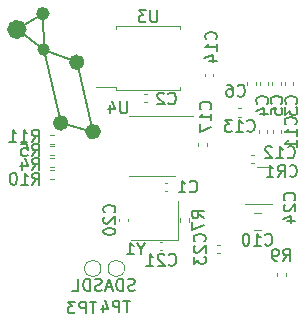
<source format=gbr>
%TF.GenerationSoftware,KiCad,Pcbnew,7.0.7*%
%TF.CreationDate,2024-03-07T17:34:25-08:00*%
%TF.ProjectId,magn_angle_sensor_v2,6d61676e-5f61-46e6-976c-655f73656e73,rev?*%
%TF.SameCoordinates,Original*%
%TF.FileFunction,Legend,Bot*%
%TF.FilePolarity,Positive*%
%FSLAX46Y46*%
G04 Gerber Fmt 4.6, Leading zero omitted, Abs format (unit mm)*
G04 Created by KiCad (PCBNEW 7.0.7) date 2024-03-07 17:34:25*
%MOMM*%
%LPD*%
G01*
G04 APERTURE LIST*
%ADD10C,0.150000*%
%ADD11C,0.548308*%
%ADD12C,0.813511*%
%ADD13C,0.551712*%
%ADD14C,0.651830*%
%ADD15C,0.648304*%
%ADD16C,0.659340*%
%ADD17C,0.120000*%
G04 APERTURE END LIST*
D10*
X23228181Y-21265587D02*
X21030000Y-22600000D01*
X21030000Y-22600000D02*
X23295218Y-24309472D01*
X23295218Y-24309472D02*
X23228181Y-21265587D01*
X26093049Y-25386468D02*
X23295218Y-24309472D01*
X26093049Y-25386468D02*
X27475380Y-31265587D01*
X24740241Y-30530827D02*
X23295218Y-24309472D01*
X24740241Y-30530827D02*
X27475380Y-31265587D01*
D11*
X23569372Y-24309472D02*
G75*
G03*
X23569372Y-24309472I-274154J0D01*
G01*
D12*
X21436755Y-22600000D02*
G75*
G03*
X21436755Y-22600000I-406755J0D01*
G01*
D13*
X23504037Y-21265587D02*
G75*
G03*
X23504037Y-21265587I-275856J0D01*
G01*
D14*
X26418964Y-25386468D02*
G75*
G03*
X26418964Y-25386468I-325915J0D01*
G01*
D15*
X25064393Y-30530827D02*
G75*
G03*
X25064393Y-30530827I-324152J0D01*
G01*
D16*
X27805050Y-31265587D02*
G75*
G03*
X27805050Y-31265587I-329670J0D01*
G01*
D10*
X31005237Y-44682200D02*
X30862380Y-44729819D01*
X30862380Y-44729819D02*
X30624285Y-44729819D01*
X30624285Y-44729819D02*
X30529047Y-44682200D01*
X30529047Y-44682200D02*
X30481428Y-44634580D01*
X30481428Y-44634580D02*
X30433809Y-44539342D01*
X30433809Y-44539342D02*
X30433809Y-44444104D01*
X30433809Y-44444104D02*
X30481428Y-44348866D01*
X30481428Y-44348866D02*
X30529047Y-44301247D01*
X30529047Y-44301247D02*
X30624285Y-44253628D01*
X30624285Y-44253628D02*
X30814761Y-44206009D01*
X30814761Y-44206009D02*
X30909999Y-44158390D01*
X30909999Y-44158390D02*
X30957618Y-44110771D01*
X30957618Y-44110771D02*
X31005237Y-44015533D01*
X31005237Y-44015533D02*
X31005237Y-43920295D01*
X31005237Y-43920295D02*
X30957618Y-43825057D01*
X30957618Y-43825057D02*
X30909999Y-43777438D01*
X30909999Y-43777438D02*
X30814761Y-43729819D01*
X30814761Y-43729819D02*
X30576666Y-43729819D01*
X30576666Y-43729819D02*
X30433809Y-43777438D01*
X30005237Y-44729819D02*
X30005237Y-43729819D01*
X30005237Y-43729819D02*
X29767142Y-43729819D01*
X29767142Y-43729819D02*
X29624285Y-43777438D01*
X29624285Y-43777438D02*
X29529047Y-43872676D01*
X29529047Y-43872676D02*
X29481428Y-43967914D01*
X29481428Y-43967914D02*
X29433809Y-44158390D01*
X29433809Y-44158390D02*
X29433809Y-44301247D01*
X29433809Y-44301247D02*
X29481428Y-44491723D01*
X29481428Y-44491723D02*
X29529047Y-44586961D01*
X29529047Y-44586961D02*
X29624285Y-44682200D01*
X29624285Y-44682200D02*
X29767142Y-44729819D01*
X29767142Y-44729819D02*
X30005237Y-44729819D01*
X29052856Y-44444104D02*
X28576666Y-44444104D01*
X29148094Y-44729819D02*
X28814761Y-43729819D01*
X28814761Y-43729819D02*
X28481428Y-44729819D01*
X28195713Y-44682200D02*
X28052856Y-44729819D01*
X28052856Y-44729819D02*
X27814761Y-44729819D01*
X27814761Y-44729819D02*
X27719523Y-44682200D01*
X27719523Y-44682200D02*
X27671904Y-44634580D01*
X27671904Y-44634580D02*
X27624285Y-44539342D01*
X27624285Y-44539342D02*
X27624285Y-44444104D01*
X27624285Y-44444104D02*
X27671904Y-44348866D01*
X27671904Y-44348866D02*
X27719523Y-44301247D01*
X27719523Y-44301247D02*
X27814761Y-44253628D01*
X27814761Y-44253628D02*
X28005237Y-44206009D01*
X28005237Y-44206009D02*
X28100475Y-44158390D01*
X28100475Y-44158390D02*
X28148094Y-44110771D01*
X28148094Y-44110771D02*
X28195713Y-44015533D01*
X28195713Y-44015533D02*
X28195713Y-43920295D01*
X28195713Y-43920295D02*
X28148094Y-43825057D01*
X28148094Y-43825057D02*
X28100475Y-43777438D01*
X28100475Y-43777438D02*
X28005237Y-43729819D01*
X28005237Y-43729819D02*
X27767142Y-43729819D01*
X27767142Y-43729819D02*
X27624285Y-43777438D01*
X27195713Y-44729819D02*
X27195713Y-43729819D01*
X27195713Y-43729819D02*
X26957618Y-43729819D01*
X26957618Y-43729819D02*
X26814761Y-43777438D01*
X26814761Y-43777438D02*
X26719523Y-43872676D01*
X26719523Y-43872676D02*
X26671904Y-43967914D01*
X26671904Y-43967914D02*
X26624285Y-44158390D01*
X26624285Y-44158390D02*
X26624285Y-44301247D01*
X26624285Y-44301247D02*
X26671904Y-44491723D01*
X26671904Y-44491723D02*
X26719523Y-44586961D01*
X26719523Y-44586961D02*
X26814761Y-44682200D01*
X26814761Y-44682200D02*
X26957618Y-44729819D01*
X26957618Y-44729819D02*
X27195713Y-44729819D01*
X25719523Y-44729819D02*
X26195713Y-44729819D01*
X26195713Y-44729819D02*
X26195713Y-43729819D01*
X29259580Y-38107142D02*
X29307200Y-38059523D01*
X29307200Y-38059523D02*
X29354819Y-37916666D01*
X29354819Y-37916666D02*
X29354819Y-37821428D01*
X29354819Y-37821428D02*
X29307200Y-37678571D01*
X29307200Y-37678571D02*
X29211961Y-37583333D01*
X29211961Y-37583333D02*
X29116723Y-37535714D01*
X29116723Y-37535714D02*
X28926247Y-37488095D01*
X28926247Y-37488095D02*
X28783390Y-37488095D01*
X28783390Y-37488095D02*
X28592914Y-37535714D01*
X28592914Y-37535714D02*
X28497676Y-37583333D01*
X28497676Y-37583333D02*
X28402438Y-37678571D01*
X28402438Y-37678571D02*
X28354819Y-37821428D01*
X28354819Y-37821428D02*
X28354819Y-37916666D01*
X28354819Y-37916666D02*
X28402438Y-38059523D01*
X28402438Y-38059523D02*
X28450057Y-38107142D01*
X28450057Y-38488095D02*
X28402438Y-38535714D01*
X28402438Y-38535714D02*
X28354819Y-38630952D01*
X28354819Y-38630952D02*
X28354819Y-38869047D01*
X28354819Y-38869047D02*
X28402438Y-38964285D01*
X28402438Y-38964285D02*
X28450057Y-39011904D01*
X28450057Y-39011904D02*
X28545295Y-39059523D01*
X28545295Y-39059523D02*
X28640533Y-39059523D01*
X28640533Y-39059523D02*
X28783390Y-39011904D01*
X28783390Y-39011904D02*
X29354819Y-38440476D01*
X29354819Y-38440476D02*
X29354819Y-39059523D01*
X28354819Y-39678571D02*
X28354819Y-39773809D01*
X28354819Y-39773809D02*
X28402438Y-39869047D01*
X28402438Y-39869047D02*
X28450057Y-39916666D01*
X28450057Y-39916666D02*
X28545295Y-39964285D01*
X28545295Y-39964285D02*
X28735771Y-40011904D01*
X28735771Y-40011904D02*
X28973866Y-40011904D01*
X28973866Y-40011904D02*
X29164342Y-39964285D01*
X29164342Y-39964285D02*
X29259580Y-39916666D01*
X29259580Y-39916666D02*
X29307200Y-39869047D01*
X29307200Y-39869047D02*
X29354819Y-39773809D01*
X29354819Y-39773809D02*
X29354819Y-39678571D01*
X29354819Y-39678571D02*
X29307200Y-39583333D01*
X29307200Y-39583333D02*
X29259580Y-39535714D01*
X29259580Y-39535714D02*
X29164342Y-39488095D01*
X29164342Y-39488095D02*
X28973866Y-39440476D01*
X28973866Y-39440476D02*
X28735771Y-39440476D01*
X28735771Y-39440476D02*
X28545295Y-39488095D01*
X28545295Y-39488095D02*
X28450057Y-39535714D01*
X28450057Y-39535714D02*
X28402438Y-39583333D01*
X28402438Y-39583333D02*
X28354819Y-39678571D01*
X33892857Y-42509580D02*
X33940476Y-42557200D01*
X33940476Y-42557200D02*
X34083333Y-42604819D01*
X34083333Y-42604819D02*
X34178571Y-42604819D01*
X34178571Y-42604819D02*
X34321428Y-42557200D01*
X34321428Y-42557200D02*
X34416666Y-42461961D01*
X34416666Y-42461961D02*
X34464285Y-42366723D01*
X34464285Y-42366723D02*
X34511904Y-42176247D01*
X34511904Y-42176247D02*
X34511904Y-42033390D01*
X34511904Y-42033390D02*
X34464285Y-41842914D01*
X34464285Y-41842914D02*
X34416666Y-41747676D01*
X34416666Y-41747676D02*
X34321428Y-41652438D01*
X34321428Y-41652438D02*
X34178571Y-41604819D01*
X34178571Y-41604819D02*
X34083333Y-41604819D01*
X34083333Y-41604819D02*
X33940476Y-41652438D01*
X33940476Y-41652438D02*
X33892857Y-41700057D01*
X33511904Y-41700057D02*
X33464285Y-41652438D01*
X33464285Y-41652438D02*
X33369047Y-41604819D01*
X33369047Y-41604819D02*
X33130952Y-41604819D01*
X33130952Y-41604819D02*
X33035714Y-41652438D01*
X33035714Y-41652438D02*
X32988095Y-41700057D01*
X32988095Y-41700057D02*
X32940476Y-41795295D01*
X32940476Y-41795295D02*
X32940476Y-41890533D01*
X32940476Y-41890533D02*
X32988095Y-42033390D01*
X32988095Y-42033390D02*
X33559523Y-42604819D01*
X33559523Y-42604819D02*
X32940476Y-42604819D01*
X31988095Y-42604819D02*
X32559523Y-42604819D01*
X32273809Y-42604819D02*
X32273809Y-41604819D01*
X32273809Y-41604819D02*
X32369047Y-41747676D01*
X32369047Y-41747676D02*
X32464285Y-41842914D01*
X32464285Y-41842914D02*
X32559523Y-41890533D01*
X33866666Y-28859580D02*
X33914285Y-28907200D01*
X33914285Y-28907200D02*
X34057142Y-28954819D01*
X34057142Y-28954819D02*
X34152380Y-28954819D01*
X34152380Y-28954819D02*
X34295237Y-28907200D01*
X34295237Y-28907200D02*
X34390475Y-28811961D01*
X34390475Y-28811961D02*
X34438094Y-28716723D01*
X34438094Y-28716723D02*
X34485713Y-28526247D01*
X34485713Y-28526247D02*
X34485713Y-28383390D01*
X34485713Y-28383390D02*
X34438094Y-28192914D01*
X34438094Y-28192914D02*
X34390475Y-28097676D01*
X34390475Y-28097676D02*
X34295237Y-28002438D01*
X34295237Y-28002438D02*
X34152380Y-27954819D01*
X34152380Y-27954819D02*
X34057142Y-27954819D01*
X34057142Y-27954819D02*
X33914285Y-28002438D01*
X33914285Y-28002438D02*
X33866666Y-28050057D01*
X33485713Y-28050057D02*
X33438094Y-28002438D01*
X33438094Y-28002438D02*
X33342856Y-27954819D01*
X33342856Y-27954819D02*
X33104761Y-27954819D01*
X33104761Y-27954819D02*
X33009523Y-28002438D01*
X33009523Y-28002438D02*
X32961904Y-28050057D01*
X32961904Y-28050057D02*
X32914285Y-28145295D01*
X32914285Y-28145295D02*
X32914285Y-28240533D01*
X32914285Y-28240533D02*
X32961904Y-28383390D01*
X32961904Y-28383390D02*
X33533332Y-28954819D01*
X33533332Y-28954819D02*
X32914285Y-28954819D01*
X22342857Y-35754819D02*
X22676190Y-35278628D01*
X22914285Y-35754819D02*
X22914285Y-34754819D01*
X22914285Y-34754819D02*
X22533333Y-34754819D01*
X22533333Y-34754819D02*
X22438095Y-34802438D01*
X22438095Y-34802438D02*
X22390476Y-34850057D01*
X22390476Y-34850057D02*
X22342857Y-34945295D01*
X22342857Y-34945295D02*
X22342857Y-35088152D01*
X22342857Y-35088152D02*
X22390476Y-35183390D01*
X22390476Y-35183390D02*
X22438095Y-35231009D01*
X22438095Y-35231009D02*
X22533333Y-35278628D01*
X22533333Y-35278628D02*
X22914285Y-35278628D01*
X21390476Y-35754819D02*
X21961904Y-35754819D01*
X21676190Y-35754819D02*
X21676190Y-34754819D01*
X21676190Y-34754819D02*
X21771428Y-34897676D01*
X21771428Y-34897676D02*
X21866666Y-34992914D01*
X21866666Y-34992914D02*
X21961904Y-35040533D01*
X20771428Y-34754819D02*
X20676190Y-34754819D01*
X20676190Y-34754819D02*
X20580952Y-34802438D01*
X20580952Y-34802438D02*
X20533333Y-34850057D01*
X20533333Y-34850057D02*
X20485714Y-34945295D01*
X20485714Y-34945295D02*
X20438095Y-35135771D01*
X20438095Y-35135771D02*
X20438095Y-35373866D01*
X20438095Y-35373866D02*
X20485714Y-35564342D01*
X20485714Y-35564342D02*
X20533333Y-35659580D01*
X20533333Y-35659580D02*
X20580952Y-35707200D01*
X20580952Y-35707200D02*
X20676190Y-35754819D01*
X20676190Y-35754819D02*
X20771428Y-35754819D01*
X20771428Y-35754819D02*
X20866666Y-35707200D01*
X20866666Y-35707200D02*
X20914285Y-35659580D01*
X20914285Y-35659580D02*
X20961904Y-35564342D01*
X20961904Y-35564342D02*
X21009523Y-35373866D01*
X21009523Y-35373866D02*
X21009523Y-35135771D01*
X21009523Y-35135771D02*
X20961904Y-34945295D01*
X20961904Y-34945295D02*
X20914285Y-34850057D01*
X20914285Y-34850057D02*
X20866666Y-34802438D01*
X20866666Y-34802438D02*
X20771428Y-34754819D01*
X22316666Y-33304819D02*
X22649999Y-32828628D01*
X22888094Y-33304819D02*
X22888094Y-32304819D01*
X22888094Y-32304819D02*
X22507142Y-32304819D01*
X22507142Y-32304819D02*
X22411904Y-32352438D01*
X22411904Y-32352438D02*
X22364285Y-32400057D01*
X22364285Y-32400057D02*
X22316666Y-32495295D01*
X22316666Y-32495295D02*
X22316666Y-32638152D01*
X22316666Y-32638152D02*
X22364285Y-32733390D01*
X22364285Y-32733390D02*
X22411904Y-32781009D01*
X22411904Y-32781009D02*
X22507142Y-32828628D01*
X22507142Y-32828628D02*
X22888094Y-32828628D01*
X21411904Y-32304819D02*
X21888094Y-32304819D01*
X21888094Y-32304819D02*
X21935713Y-32781009D01*
X21935713Y-32781009D02*
X21888094Y-32733390D01*
X21888094Y-32733390D02*
X21792856Y-32685771D01*
X21792856Y-32685771D02*
X21554761Y-32685771D01*
X21554761Y-32685771D02*
X21459523Y-32733390D01*
X21459523Y-32733390D02*
X21411904Y-32781009D01*
X21411904Y-32781009D02*
X21364285Y-32876247D01*
X21364285Y-32876247D02*
X21364285Y-33114342D01*
X21364285Y-33114342D02*
X21411904Y-33209580D01*
X21411904Y-33209580D02*
X21459523Y-33257200D01*
X21459523Y-33257200D02*
X21554761Y-33304819D01*
X21554761Y-33304819D02*
X21792856Y-33304819D01*
X21792856Y-33304819D02*
X21888094Y-33257200D01*
X21888094Y-33257200D02*
X21935713Y-33209580D01*
X44509580Y-37057142D02*
X44557200Y-37009523D01*
X44557200Y-37009523D02*
X44604819Y-36866666D01*
X44604819Y-36866666D02*
X44604819Y-36771428D01*
X44604819Y-36771428D02*
X44557200Y-36628571D01*
X44557200Y-36628571D02*
X44461961Y-36533333D01*
X44461961Y-36533333D02*
X44366723Y-36485714D01*
X44366723Y-36485714D02*
X44176247Y-36438095D01*
X44176247Y-36438095D02*
X44033390Y-36438095D01*
X44033390Y-36438095D02*
X43842914Y-36485714D01*
X43842914Y-36485714D02*
X43747676Y-36533333D01*
X43747676Y-36533333D02*
X43652438Y-36628571D01*
X43652438Y-36628571D02*
X43604819Y-36771428D01*
X43604819Y-36771428D02*
X43604819Y-36866666D01*
X43604819Y-36866666D02*
X43652438Y-37009523D01*
X43652438Y-37009523D02*
X43700057Y-37057142D01*
X43700057Y-37438095D02*
X43652438Y-37485714D01*
X43652438Y-37485714D02*
X43604819Y-37580952D01*
X43604819Y-37580952D02*
X43604819Y-37819047D01*
X43604819Y-37819047D02*
X43652438Y-37914285D01*
X43652438Y-37914285D02*
X43700057Y-37961904D01*
X43700057Y-37961904D02*
X43795295Y-38009523D01*
X43795295Y-38009523D02*
X43890533Y-38009523D01*
X43890533Y-38009523D02*
X44033390Y-37961904D01*
X44033390Y-37961904D02*
X44604819Y-37390476D01*
X44604819Y-37390476D02*
X44604819Y-38009523D01*
X43938152Y-38866666D02*
X44604819Y-38866666D01*
X43557200Y-38628571D02*
X44271485Y-38390476D01*
X44271485Y-38390476D02*
X44271485Y-39009523D01*
X42042857Y-40809580D02*
X42090476Y-40857200D01*
X42090476Y-40857200D02*
X42233333Y-40904819D01*
X42233333Y-40904819D02*
X42328571Y-40904819D01*
X42328571Y-40904819D02*
X42471428Y-40857200D01*
X42471428Y-40857200D02*
X42566666Y-40761961D01*
X42566666Y-40761961D02*
X42614285Y-40666723D01*
X42614285Y-40666723D02*
X42661904Y-40476247D01*
X42661904Y-40476247D02*
X42661904Y-40333390D01*
X42661904Y-40333390D02*
X42614285Y-40142914D01*
X42614285Y-40142914D02*
X42566666Y-40047676D01*
X42566666Y-40047676D02*
X42471428Y-39952438D01*
X42471428Y-39952438D02*
X42328571Y-39904819D01*
X42328571Y-39904819D02*
X42233333Y-39904819D01*
X42233333Y-39904819D02*
X42090476Y-39952438D01*
X42090476Y-39952438D02*
X42042857Y-40000057D01*
X41090476Y-40904819D02*
X41661904Y-40904819D01*
X41376190Y-40904819D02*
X41376190Y-39904819D01*
X41376190Y-39904819D02*
X41471428Y-40047676D01*
X41471428Y-40047676D02*
X41566666Y-40142914D01*
X41566666Y-40142914D02*
X41661904Y-40190533D01*
X40471428Y-39904819D02*
X40376190Y-39904819D01*
X40376190Y-39904819D02*
X40280952Y-39952438D01*
X40280952Y-39952438D02*
X40233333Y-40000057D01*
X40233333Y-40000057D02*
X40185714Y-40095295D01*
X40185714Y-40095295D02*
X40138095Y-40285771D01*
X40138095Y-40285771D02*
X40138095Y-40523866D01*
X40138095Y-40523866D02*
X40185714Y-40714342D01*
X40185714Y-40714342D02*
X40233333Y-40809580D01*
X40233333Y-40809580D02*
X40280952Y-40857200D01*
X40280952Y-40857200D02*
X40376190Y-40904819D01*
X40376190Y-40904819D02*
X40471428Y-40904819D01*
X40471428Y-40904819D02*
X40566666Y-40857200D01*
X40566666Y-40857200D02*
X40614285Y-40809580D01*
X40614285Y-40809580D02*
X40661904Y-40714342D01*
X40661904Y-40714342D02*
X40709523Y-40523866D01*
X40709523Y-40523866D02*
X40709523Y-40285771D01*
X40709523Y-40285771D02*
X40661904Y-40095295D01*
X40661904Y-40095295D02*
X40614285Y-40000057D01*
X40614285Y-40000057D02*
X40566666Y-39952438D01*
X40566666Y-39952438D02*
X40471428Y-39904819D01*
X36854819Y-38583333D02*
X36378628Y-38250000D01*
X36854819Y-38011905D02*
X35854819Y-38011905D01*
X35854819Y-38011905D02*
X35854819Y-38392857D01*
X35854819Y-38392857D02*
X35902438Y-38488095D01*
X35902438Y-38488095D02*
X35950057Y-38535714D01*
X35950057Y-38535714D02*
X36045295Y-38583333D01*
X36045295Y-38583333D02*
X36188152Y-38583333D01*
X36188152Y-38583333D02*
X36283390Y-38535714D01*
X36283390Y-38535714D02*
X36331009Y-38488095D01*
X36331009Y-38488095D02*
X36378628Y-38392857D01*
X36378628Y-38392857D02*
X36378628Y-38011905D01*
X35854819Y-38916667D02*
X35854819Y-39583333D01*
X35854819Y-39583333D02*
X36854819Y-39154762D01*
X44659580Y-28883333D02*
X44707200Y-28835714D01*
X44707200Y-28835714D02*
X44754819Y-28692857D01*
X44754819Y-28692857D02*
X44754819Y-28597619D01*
X44754819Y-28597619D02*
X44707200Y-28454762D01*
X44707200Y-28454762D02*
X44611961Y-28359524D01*
X44611961Y-28359524D02*
X44516723Y-28311905D01*
X44516723Y-28311905D02*
X44326247Y-28264286D01*
X44326247Y-28264286D02*
X44183390Y-28264286D01*
X44183390Y-28264286D02*
X43992914Y-28311905D01*
X43992914Y-28311905D02*
X43897676Y-28359524D01*
X43897676Y-28359524D02*
X43802438Y-28454762D01*
X43802438Y-28454762D02*
X43754819Y-28597619D01*
X43754819Y-28597619D02*
X43754819Y-28692857D01*
X43754819Y-28692857D02*
X43802438Y-28835714D01*
X43802438Y-28835714D02*
X43850057Y-28883333D01*
X43754819Y-29216667D02*
X43754819Y-29835714D01*
X43754819Y-29835714D02*
X44135771Y-29502381D01*
X44135771Y-29502381D02*
X44135771Y-29645238D01*
X44135771Y-29645238D02*
X44183390Y-29740476D01*
X44183390Y-29740476D02*
X44231009Y-29788095D01*
X44231009Y-29788095D02*
X44326247Y-29835714D01*
X44326247Y-29835714D02*
X44564342Y-29835714D01*
X44564342Y-29835714D02*
X44659580Y-29788095D01*
X44659580Y-29788095D02*
X44707200Y-29740476D01*
X44707200Y-29740476D02*
X44754819Y-29645238D01*
X44754819Y-29645238D02*
X44754819Y-29359524D01*
X44754819Y-29359524D02*
X44707200Y-29264286D01*
X44707200Y-29264286D02*
X44659580Y-29216667D01*
X43566666Y-42204819D02*
X43899999Y-41728628D01*
X44138094Y-42204819D02*
X44138094Y-41204819D01*
X44138094Y-41204819D02*
X43757142Y-41204819D01*
X43757142Y-41204819D02*
X43661904Y-41252438D01*
X43661904Y-41252438D02*
X43614285Y-41300057D01*
X43614285Y-41300057D02*
X43566666Y-41395295D01*
X43566666Y-41395295D02*
X43566666Y-41538152D01*
X43566666Y-41538152D02*
X43614285Y-41633390D01*
X43614285Y-41633390D02*
X43661904Y-41681009D01*
X43661904Y-41681009D02*
X43757142Y-41728628D01*
X43757142Y-41728628D02*
X44138094Y-41728628D01*
X43090475Y-42204819D02*
X42899999Y-42204819D01*
X42899999Y-42204819D02*
X42804761Y-42157200D01*
X42804761Y-42157200D02*
X42757142Y-42109580D01*
X42757142Y-42109580D02*
X42661904Y-41966723D01*
X42661904Y-41966723D02*
X42614285Y-41776247D01*
X42614285Y-41776247D02*
X42614285Y-41395295D01*
X42614285Y-41395295D02*
X42661904Y-41300057D01*
X42661904Y-41300057D02*
X42709523Y-41252438D01*
X42709523Y-41252438D02*
X42804761Y-41204819D01*
X42804761Y-41204819D02*
X42995237Y-41204819D01*
X42995237Y-41204819D02*
X43090475Y-41252438D01*
X43090475Y-41252438D02*
X43138094Y-41300057D01*
X43138094Y-41300057D02*
X43185713Y-41395295D01*
X43185713Y-41395295D02*
X43185713Y-41633390D01*
X43185713Y-41633390D02*
X43138094Y-41728628D01*
X43138094Y-41728628D02*
X43090475Y-41776247D01*
X43090475Y-41776247D02*
X42995237Y-41823866D01*
X42995237Y-41823866D02*
X42804761Y-41823866D01*
X42804761Y-41823866D02*
X42709523Y-41776247D01*
X42709523Y-41776247D02*
X42661904Y-41728628D01*
X42661904Y-41728628D02*
X42614285Y-41633390D01*
X32911904Y-21004819D02*
X32911904Y-21814342D01*
X32911904Y-21814342D02*
X32864285Y-21909580D01*
X32864285Y-21909580D02*
X32816666Y-21957200D01*
X32816666Y-21957200D02*
X32721428Y-22004819D01*
X32721428Y-22004819D02*
X32530952Y-22004819D01*
X32530952Y-22004819D02*
X32435714Y-21957200D01*
X32435714Y-21957200D02*
X32388095Y-21909580D01*
X32388095Y-21909580D02*
X32340476Y-21814342D01*
X32340476Y-21814342D02*
X32340476Y-21004819D01*
X31959523Y-21004819D02*
X31340476Y-21004819D01*
X31340476Y-21004819D02*
X31673809Y-21385771D01*
X31673809Y-21385771D02*
X31530952Y-21385771D01*
X31530952Y-21385771D02*
X31435714Y-21433390D01*
X31435714Y-21433390D02*
X31388095Y-21481009D01*
X31388095Y-21481009D02*
X31340476Y-21576247D01*
X31340476Y-21576247D02*
X31340476Y-21814342D01*
X31340476Y-21814342D02*
X31388095Y-21909580D01*
X31388095Y-21909580D02*
X31435714Y-21957200D01*
X31435714Y-21957200D02*
X31530952Y-22004819D01*
X31530952Y-22004819D02*
X31816666Y-22004819D01*
X31816666Y-22004819D02*
X31911904Y-21957200D01*
X31911904Y-21957200D02*
X31959523Y-21909580D01*
X30361904Y-28704819D02*
X30361904Y-29514342D01*
X30361904Y-29514342D02*
X30314285Y-29609580D01*
X30314285Y-29609580D02*
X30266666Y-29657200D01*
X30266666Y-29657200D02*
X30171428Y-29704819D01*
X30171428Y-29704819D02*
X29980952Y-29704819D01*
X29980952Y-29704819D02*
X29885714Y-29657200D01*
X29885714Y-29657200D02*
X29838095Y-29609580D01*
X29838095Y-29609580D02*
X29790476Y-29514342D01*
X29790476Y-29514342D02*
X29790476Y-28704819D01*
X28885714Y-29038152D02*
X28885714Y-29704819D01*
X29123809Y-28657200D02*
X29361904Y-29371485D01*
X29361904Y-29371485D02*
X28742857Y-29371485D01*
X30621904Y-45574819D02*
X30050476Y-45574819D01*
X30336190Y-46574819D02*
X30336190Y-45574819D01*
X29717142Y-46574819D02*
X29717142Y-45574819D01*
X29717142Y-45574819D02*
X29336190Y-45574819D01*
X29336190Y-45574819D02*
X29240952Y-45622438D01*
X29240952Y-45622438D02*
X29193333Y-45670057D01*
X29193333Y-45670057D02*
X29145714Y-45765295D01*
X29145714Y-45765295D02*
X29145714Y-45908152D01*
X29145714Y-45908152D02*
X29193333Y-46003390D01*
X29193333Y-46003390D02*
X29240952Y-46051009D01*
X29240952Y-46051009D02*
X29336190Y-46098628D01*
X29336190Y-46098628D02*
X29717142Y-46098628D01*
X28288571Y-45908152D02*
X28288571Y-46574819D01*
X28526666Y-45527200D02*
X28764761Y-46241485D01*
X28764761Y-46241485D02*
X28145714Y-46241485D01*
X36909580Y-40557142D02*
X36957200Y-40509523D01*
X36957200Y-40509523D02*
X37004819Y-40366666D01*
X37004819Y-40366666D02*
X37004819Y-40271428D01*
X37004819Y-40271428D02*
X36957200Y-40128571D01*
X36957200Y-40128571D02*
X36861961Y-40033333D01*
X36861961Y-40033333D02*
X36766723Y-39985714D01*
X36766723Y-39985714D02*
X36576247Y-39938095D01*
X36576247Y-39938095D02*
X36433390Y-39938095D01*
X36433390Y-39938095D02*
X36242914Y-39985714D01*
X36242914Y-39985714D02*
X36147676Y-40033333D01*
X36147676Y-40033333D02*
X36052438Y-40128571D01*
X36052438Y-40128571D02*
X36004819Y-40271428D01*
X36004819Y-40271428D02*
X36004819Y-40366666D01*
X36004819Y-40366666D02*
X36052438Y-40509523D01*
X36052438Y-40509523D02*
X36100057Y-40557142D01*
X36100057Y-40938095D02*
X36052438Y-40985714D01*
X36052438Y-40985714D02*
X36004819Y-41080952D01*
X36004819Y-41080952D02*
X36004819Y-41319047D01*
X36004819Y-41319047D02*
X36052438Y-41414285D01*
X36052438Y-41414285D02*
X36100057Y-41461904D01*
X36100057Y-41461904D02*
X36195295Y-41509523D01*
X36195295Y-41509523D02*
X36290533Y-41509523D01*
X36290533Y-41509523D02*
X36433390Y-41461904D01*
X36433390Y-41461904D02*
X37004819Y-40890476D01*
X37004819Y-40890476D02*
X37004819Y-41509523D01*
X36004819Y-41842857D02*
X36004819Y-42461904D01*
X36004819Y-42461904D02*
X36385771Y-42128571D01*
X36385771Y-42128571D02*
X36385771Y-42271428D01*
X36385771Y-42271428D02*
X36433390Y-42366666D01*
X36433390Y-42366666D02*
X36481009Y-42414285D01*
X36481009Y-42414285D02*
X36576247Y-42461904D01*
X36576247Y-42461904D02*
X36814342Y-42461904D01*
X36814342Y-42461904D02*
X36909580Y-42414285D01*
X36909580Y-42414285D02*
X36957200Y-42366666D01*
X36957200Y-42366666D02*
X37004819Y-42271428D01*
X37004819Y-42271428D02*
X37004819Y-41985714D01*
X37004819Y-41985714D02*
X36957200Y-41890476D01*
X36957200Y-41890476D02*
X36909580Y-41842857D01*
X42209580Y-28883333D02*
X42257200Y-28835714D01*
X42257200Y-28835714D02*
X42304819Y-28692857D01*
X42304819Y-28692857D02*
X42304819Y-28597619D01*
X42304819Y-28597619D02*
X42257200Y-28454762D01*
X42257200Y-28454762D02*
X42161961Y-28359524D01*
X42161961Y-28359524D02*
X42066723Y-28311905D01*
X42066723Y-28311905D02*
X41876247Y-28264286D01*
X41876247Y-28264286D02*
X41733390Y-28264286D01*
X41733390Y-28264286D02*
X41542914Y-28311905D01*
X41542914Y-28311905D02*
X41447676Y-28359524D01*
X41447676Y-28359524D02*
X41352438Y-28454762D01*
X41352438Y-28454762D02*
X41304819Y-28597619D01*
X41304819Y-28597619D02*
X41304819Y-28692857D01*
X41304819Y-28692857D02*
X41352438Y-28835714D01*
X41352438Y-28835714D02*
X41400057Y-28883333D01*
X41638152Y-29740476D02*
X42304819Y-29740476D01*
X41257200Y-29502381D02*
X41971485Y-29264286D01*
X41971485Y-29264286D02*
X41971485Y-29883333D01*
X35666666Y-36309580D02*
X35714285Y-36357200D01*
X35714285Y-36357200D02*
X35857142Y-36404819D01*
X35857142Y-36404819D02*
X35952380Y-36404819D01*
X35952380Y-36404819D02*
X36095237Y-36357200D01*
X36095237Y-36357200D02*
X36190475Y-36261961D01*
X36190475Y-36261961D02*
X36238094Y-36166723D01*
X36238094Y-36166723D02*
X36285713Y-35976247D01*
X36285713Y-35976247D02*
X36285713Y-35833390D01*
X36285713Y-35833390D02*
X36238094Y-35642914D01*
X36238094Y-35642914D02*
X36190475Y-35547676D01*
X36190475Y-35547676D02*
X36095237Y-35452438D01*
X36095237Y-35452438D02*
X35952380Y-35404819D01*
X35952380Y-35404819D02*
X35857142Y-35404819D01*
X35857142Y-35404819D02*
X35714285Y-35452438D01*
X35714285Y-35452438D02*
X35666666Y-35500057D01*
X34714285Y-36404819D02*
X35285713Y-36404819D01*
X34999999Y-36404819D02*
X34999999Y-35404819D01*
X34999999Y-35404819D02*
X35095237Y-35547676D01*
X35095237Y-35547676D02*
X35190475Y-35642914D01*
X35190475Y-35642914D02*
X35285713Y-35690533D01*
X22292857Y-32104819D02*
X22626190Y-31628628D01*
X22864285Y-32104819D02*
X22864285Y-31104819D01*
X22864285Y-31104819D02*
X22483333Y-31104819D01*
X22483333Y-31104819D02*
X22388095Y-31152438D01*
X22388095Y-31152438D02*
X22340476Y-31200057D01*
X22340476Y-31200057D02*
X22292857Y-31295295D01*
X22292857Y-31295295D02*
X22292857Y-31438152D01*
X22292857Y-31438152D02*
X22340476Y-31533390D01*
X22340476Y-31533390D02*
X22388095Y-31581009D01*
X22388095Y-31581009D02*
X22483333Y-31628628D01*
X22483333Y-31628628D02*
X22864285Y-31628628D01*
X21340476Y-32104819D02*
X21911904Y-32104819D01*
X21626190Y-32104819D02*
X21626190Y-31104819D01*
X21626190Y-31104819D02*
X21721428Y-31247676D01*
X21721428Y-31247676D02*
X21816666Y-31342914D01*
X21816666Y-31342914D02*
X21911904Y-31390533D01*
X20388095Y-32104819D02*
X20959523Y-32104819D01*
X20673809Y-32104819D02*
X20673809Y-31104819D01*
X20673809Y-31104819D02*
X20769047Y-31247676D01*
X20769047Y-31247676D02*
X20864285Y-31342914D01*
X20864285Y-31342914D02*
X20959523Y-31390533D01*
X27761904Y-45654819D02*
X27190476Y-45654819D01*
X27476190Y-46654819D02*
X27476190Y-45654819D01*
X26857142Y-46654819D02*
X26857142Y-45654819D01*
X26857142Y-45654819D02*
X26476190Y-45654819D01*
X26476190Y-45654819D02*
X26380952Y-45702438D01*
X26380952Y-45702438D02*
X26333333Y-45750057D01*
X26333333Y-45750057D02*
X26285714Y-45845295D01*
X26285714Y-45845295D02*
X26285714Y-45988152D01*
X26285714Y-45988152D02*
X26333333Y-46083390D01*
X26333333Y-46083390D02*
X26380952Y-46131009D01*
X26380952Y-46131009D02*
X26476190Y-46178628D01*
X26476190Y-46178628D02*
X26857142Y-46178628D01*
X25952380Y-45654819D02*
X25333333Y-45654819D01*
X25333333Y-45654819D02*
X25666666Y-46035771D01*
X25666666Y-46035771D02*
X25523809Y-46035771D01*
X25523809Y-46035771D02*
X25428571Y-46083390D01*
X25428571Y-46083390D02*
X25380952Y-46131009D01*
X25380952Y-46131009D02*
X25333333Y-46226247D01*
X25333333Y-46226247D02*
X25333333Y-46464342D01*
X25333333Y-46464342D02*
X25380952Y-46559580D01*
X25380952Y-46559580D02*
X25428571Y-46607200D01*
X25428571Y-46607200D02*
X25523809Y-46654819D01*
X25523809Y-46654819D02*
X25809523Y-46654819D01*
X25809523Y-46654819D02*
X25904761Y-46607200D01*
X25904761Y-46607200D02*
X25952380Y-46559580D01*
X31526190Y-41178628D02*
X31526190Y-41654819D01*
X31859523Y-40654819D02*
X31526190Y-41178628D01*
X31526190Y-41178628D02*
X31192857Y-40654819D01*
X30335714Y-41654819D02*
X30907142Y-41654819D01*
X30621428Y-41654819D02*
X30621428Y-40654819D01*
X30621428Y-40654819D02*
X30716666Y-40797676D01*
X30716666Y-40797676D02*
X30811904Y-40892914D01*
X30811904Y-40892914D02*
X30907142Y-40940533D01*
X37859580Y-23457142D02*
X37907200Y-23409523D01*
X37907200Y-23409523D02*
X37954819Y-23266666D01*
X37954819Y-23266666D02*
X37954819Y-23171428D01*
X37954819Y-23171428D02*
X37907200Y-23028571D01*
X37907200Y-23028571D02*
X37811961Y-22933333D01*
X37811961Y-22933333D02*
X37716723Y-22885714D01*
X37716723Y-22885714D02*
X37526247Y-22838095D01*
X37526247Y-22838095D02*
X37383390Y-22838095D01*
X37383390Y-22838095D02*
X37192914Y-22885714D01*
X37192914Y-22885714D02*
X37097676Y-22933333D01*
X37097676Y-22933333D02*
X37002438Y-23028571D01*
X37002438Y-23028571D02*
X36954819Y-23171428D01*
X36954819Y-23171428D02*
X36954819Y-23266666D01*
X36954819Y-23266666D02*
X37002438Y-23409523D01*
X37002438Y-23409523D02*
X37050057Y-23457142D01*
X37954819Y-24409523D02*
X37954819Y-23838095D01*
X37954819Y-24123809D02*
X36954819Y-24123809D01*
X36954819Y-24123809D02*
X37097676Y-24028571D01*
X37097676Y-24028571D02*
X37192914Y-23933333D01*
X37192914Y-23933333D02*
X37240533Y-23838095D01*
X37288152Y-25266666D02*
X37954819Y-25266666D01*
X36907200Y-25028571D02*
X37621485Y-24790476D01*
X37621485Y-24790476D02*
X37621485Y-25409523D01*
X44126666Y-34999580D02*
X44174285Y-35047200D01*
X44174285Y-35047200D02*
X44317142Y-35094819D01*
X44317142Y-35094819D02*
X44412380Y-35094819D01*
X44412380Y-35094819D02*
X44555237Y-35047200D01*
X44555237Y-35047200D02*
X44650475Y-34951961D01*
X44650475Y-34951961D02*
X44698094Y-34856723D01*
X44698094Y-34856723D02*
X44745713Y-34666247D01*
X44745713Y-34666247D02*
X44745713Y-34523390D01*
X44745713Y-34523390D02*
X44698094Y-34332914D01*
X44698094Y-34332914D02*
X44650475Y-34237676D01*
X44650475Y-34237676D02*
X44555237Y-34142438D01*
X44555237Y-34142438D02*
X44412380Y-34094819D01*
X44412380Y-34094819D02*
X44317142Y-34094819D01*
X44317142Y-34094819D02*
X44174285Y-34142438D01*
X44174285Y-34142438D02*
X44126666Y-34190057D01*
X43126666Y-35094819D02*
X43459999Y-34618628D01*
X43698094Y-35094819D02*
X43698094Y-34094819D01*
X43698094Y-34094819D02*
X43317142Y-34094819D01*
X43317142Y-34094819D02*
X43221904Y-34142438D01*
X43221904Y-34142438D02*
X43174285Y-34190057D01*
X43174285Y-34190057D02*
X43126666Y-34285295D01*
X43126666Y-34285295D02*
X43126666Y-34428152D01*
X43126666Y-34428152D02*
X43174285Y-34523390D01*
X43174285Y-34523390D02*
X43221904Y-34571009D01*
X43221904Y-34571009D02*
X43317142Y-34618628D01*
X43317142Y-34618628D02*
X43698094Y-34618628D01*
X42174285Y-35094819D02*
X42745713Y-35094819D01*
X42459999Y-35094819D02*
X42459999Y-34094819D01*
X42459999Y-34094819D02*
X42555237Y-34237676D01*
X42555237Y-34237676D02*
X42650475Y-34332914D01*
X42650475Y-34332914D02*
X42745713Y-34380533D01*
X43409580Y-28883333D02*
X43457200Y-28835714D01*
X43457200Y-28835714D02*
X43504819Y-28692857D01*
X43504819Y-28692857D02*
X43504819Y-28597619D01*
X43504819Y-28597619D02*
X43457200Y-28454762D01*
X43457200Y-28454762D02*
X43361961Y-28359524D01*
X43361961Y-28359524D02*
X43266723Y-28311905D01*
X43266723Y-28311905D02*
X43076247Y-28264286D01*
X43076247Y-28264286D02*
X42933390Y-28264286D01*
X42933390Y-28264286D02*
X42742914Y-28311905D01*
X42742914Y-28311905D02*
X42647676Y-28359524D01*
X42647676Y-28359524D02*
X42552438Y-28454762D01*
X42552438Y-28454762D02*
X42504819Y-28597619D01*
X42504819Y-28597619D02*
X42504819Y-28692857D01*
X42504819Y-28692857D02*
X42552438Y-28835714D01*
X42552438Y-28835714D02*
X42600057Y-28883333D01*
X42504819Y-29788095D02*
X42504819Y-29311905D01*
X42504819Y-29311905D02*
X42981009Y-29264286D01*
X42981009Y-29264286D02*
X42933390Y-29311905D01*
X42933390Y-29311905D02*
X42885771Y-29407143D01*
X42885771Y-29407143D02*
X42885771Y-29645238D01*
X42885771Y-29645238D02*
X42933390Y-29740476D01*
X42933390Y-29740476D02*
X42981009Y-29788095D01*
X42981009Y-29788095D02*
X43076247Y-29835714D01*
X43076247Y-29835714D02*
X43314342Y-29835714D01*
X43314342Y-29835714D02*
X43409580Y-29788095D01*
X43409580Y-29788095D02*
X43457200Y-29740476D01*
X43457200Y-29740476D02*
X43504819Y-29645238D01*
X43504819Y-29645238D02*
X43504819Y-29407143D01*
X43504819Y-29407143D02*
X43457200Y-29311905D01*
X43457200Y-29311905D02*
X43409580Y-29264286D01*
X40542857Y-31169580D02*
X40590476Y-31217200D01*
X40590476Y-31217200D02*
X40733333Y-31264819D01*
X40733333Y-31264819D02*
X40828571Y-31264819D01*
X40828571Y-31264819D02*
X40971428Y-31217200D01*
X40971428Y-31217200D02*
X41066666Y-31121961D01*
X41066666Y-31121961D02*
X41114285Y-31026723D01*
X41114285Y-31026723D02*
X41161904Y-30836247D01*
X41161904Y-30836247D02*
X41161904Y-30693390D01*
X41161904Y-30693390D02*
X41114285Y-30502914D01*
X41114285Y-30502914D02*
X41066666Y-30407676D01*
X41066666Y-30407676D02*
X40971428Y-30312438D01*
X40971428Y-30312438D02*
X40828571Y-30264819D01*
X40828571Y-30264819D02*
X40733333Y-30264819D01*
X40733333Y-30264819D02*
X40590476Y-30312438D01*
X40590476Y-30312438D02*
X40542857Y-30360057D01*
X39590476Y-31264819D02*
X40161904Y-31264819D01*
X39876190Y-31264819D02*
X39876190Y-30264819D01*
X39876190Y-30264819D02*
X39971428Y-30407676D01*
X39971428Y-30407676D02*
X40066666Y-30502914D01*
X40066666Y-30502914D02*
X40161904Y-30550533D01*
X39257142Y-30264819D02*
X38638095Y-30264819D01*
X38638095Y-30264819D02*
X38971428Y-30645771D01*
X38971428Y-30645771D02*
X38828571Y-30645771D01*
X38828571Y-30645771D02*
X38733333Y-30693390D01*
X38733333Y-30693390D02*
X38685714Y-30741009D01*
X38685714Y-30741009D02*
X38638095Y-30836247D01*
X38638095Y-30836247D02*
X38638095Y-31074342D01*
X38638095Y-31074342D02*
X38685714Y-31169580D01*
X38685714Y-31169580D02*
X38733333Y-31217200D01*
X38733333Y-31217200D02*
X38828571Y-31264819D01*
X38828571Y-31264819D02*
X39114285Y-31264819D01*
X39114285Y-31264819D02*
X39209523Y-31217200D01*
X39209523Y-31217200D02*
X39257142Y-31169580D01*
X43942857Y-33409580D02*
X43990476Y-33457200D01*
X43990476Y-33457200D02*
X44133333Y-33504819D01*
X44133333Y-33504819D02*
X44228571Y-33504819D01*
X44228571Y-33504819D02*
X44371428Y-33457200D01*
X44371428Y-33457200D02*
X44466666Y-33361961D01*
X44466666Y-33361961D02*
X44514285Y-33266723D01*
X44514285Y-33266723D02*
X44561904Y-33076247D01*
X44561904Y-33076247D02*
X44561904Y-32933390D01*
X44561904Y-32933390D02*
X44514285Y-32742914D01*
X44514285Y-32742914D02*
X44466666Y-32647676D01*
X44466666Y-32647676D02*
X44371428Y-32552438D01*
X44371428Y-32552438D02*
X44228571Y-32504819D01*
X44228571Y-32504819D02*
X44133333Y-32504819D01*
X44133333Y-32504819D02*
X43990476Y-32552438D01*
X43990476Y-32552438D02*
X43942857Y-32600057D01*
X42990476Y-33504819D02*
X43561904Y-33504819D01*
X43276190Y-33504819D02*
X43276190Y-32504819D01*
X43276190Y-32504819D02*
X43371428Y-32647676D01*
X43371428Y-32647676D02*
X43466666Y-32742914D01*
X43466666Y-32742914D02*
X43561904Y-32790533D01*
X42609523Y-32600057D02*
X42561904Y-32552438D01*
X42561904Y-32552438D02*
X42466666Y-32504819D01*
X42466666Y-32504819D02*
X42228571Y-32504819D01*
X42228571Y-32504819D02*
X42133333Y-32552438D01*
X42133333Y-32552438D02*
X42085714Y-32600057D01*
X42085714Y-32600057D02*
X42038095Y-32695295D01*
X42038095Y-32695295D02*
X42038095Y-32790533D01*
X42038095Y-32790533D02*
X42085714Y-32933390D01*
X42085714Y-32933390D02*
X42657142Y-33504819D01*
X42657142Y-33504819D02*
X42038095Y-33504819D01*
X44609580Y-30657142D02*
X44657200Y-30609523D01*
X44657200Y-30609523D02*
X44704819Y-30466666D01*
X44704819Y-30466666D02*
X44704819Y-30371428D01*
X44704819Y-30371428D02*
X44657200Y-30228571D01*
X44657200Y-30228571D02*
X44561961Y-30133333D01*
X44561961Y-30133333D02*
X44466723Y-30085714D01*
X44466723Y-30085714D02*
X44276247Y-30038095D01*
X44276247Y-30038095D02*
X44133390Y-30038095D01*
X44133390Y-30038095D02*
X43942914Y-30085714D01*
X43942914Y-30085714D02*
X43847676Y-30133333D01*
X43847676Y-30133333D02*
X43752438Y-30228571D01*
X43752438Y-30228571D02*
X43704819Y-30371428D01*
X43704819Y-30371428D02*
X43704819Y-30466666D01*
X43704819Y-30466666D02*
X43752438Y-30609523D01*
X43752438Y-30609523D02*
X43800057Y-30657142D01*
X44704819Y-31609523D02*
X44704819Y-31038095D01*
X44704819Y-31323809D02*
X43704819Y-31323809D01*
X43704819Y-31323809D02*
X43847676Y-31228571D01*
X43847676Y-31228571D02*
X43942914Y-31133333D01*
X43942914Y-31133333D02*
X43990533Y-31038095D01*
X44704819Y-32561904D02*
X44704819Y-31990476D01*
X44704819Y-32276190D02*
X43704819Y-32276190D01*
X43704819Y-32276190D02*
X43847676Y-32180952D01*
X43847676Y-32180952D02*
X43942914Y-32085714D01*
X43942914Y-32085714D02*
X43990533Y-31990476D01*
X39716666Y-28199580D02*
X39764285Y-28247200D01*
X39764285Y-28247200D02*
X39907142Y-28294819D01*
X39907142Y-28294819D02*
X40002380Y-28294819D01*
X40002380Y-28294819D02*
X40145237Y-28247200D01*
X40145237Y-28247200D02*
X40240475Y-28151961D01*
X40240475Y-28151961D02*
X40288094Y-28056723D01*
X40288094Y-28056723D02*
X40335713Y-27866247D01*
X40335713Y-27866247D02*
X40335713Y-27723390D01*
X40335713Y-27723390D02*
X40288094Y-27532914D01*
X40288094Y-27532914D02*
X40240475Y-27437676D01*
X40240475Y-27437676D02*
X40145237Y-27342438D01*
X40145237Y-27342438D02*
X40002380Y-27294819D01*
X40002380Y-27294819D02*
X39907142Y-27294819D01*
X39907142Y-27294819D02*
X39764285Y-27342438D01*
X39764285Y-27342438D02*
X39716666Y-27390057D01*
X38859523Y-27294819D02*
X39049999Y-27294819D01*
X39049999Y-27294819D02*
X39145237Y-27342438D01*
X39145237Y-27342438D02*
X39192856Y-27390057D01*
X39192856Y-27390057D02*
X39288094Y-27532914D01*
X39288094Y-27532914D02*
X39335713Y-27723390D01*
X39335713Y-27723390D02*
X39335713Y-28104342D01*
X39335713Y-28104342D02*
X39288094Y-28199580D01*
X39288094Y-28199580D02*
X39240475Y-28247200D01*
X39240475Y-28247200D02*
X39145237Y-28294819D01*
X39145237Y-28294819D02*
X38954761Y-28294819D01*
X38954761Y-28294819D02*
X38859523Y-28247200D01*
X38859523Y-28247200D02*
X38811904Y-28199580D01*
X38811904Y-28199580D02*
X38764285Y-28104342D01*
X38764285Y-28104342D02*
X38764285Y-27866247D01*
X38764285Y-27866247D02*
X38811904Y-27771009D01*
X38811904Y-27771009D02*
X38859523Y-27723390D01*
X38859523Y-27723390D02*
X38954761Y-27675771D01*
X38954761Y-27675771D02*
X39145237Y-27675771D01*
X39145237Y-27675771D02*
X39240475Y-27723390D01*
X39240475Y-27723390D02*
X39288094Y-27771009D01*
X39288094Y-27771009D02*
X39335713Y-27866247D01*
X22316666Y-34504819D02*
X22649999Y-34028628D01*
X22888094Y-34504819D02*
X22888094Y-33504819D01*
X22888094Y-33504819D02*
X22507142Y-33504819D01*
X22507142Y-33504819D02*
X22411904Y-33552438D01*
X22411904Y-33552438D02*
X22364285Y-33600057D01*
X22364285Y-33600057D02*
X22316666Y-33695295D01*
X22316666Y-33695295D02*
X22316666Y-33838152D01*
X22316666Y-33838152D02*
X22364285Y-33933390D01*
X22364285Y-33933390D02*
X22411904Y-33981009D01*
X22411904Y-33981009D02*
X22507142Y-34028628D01*
X22507142Y-34028628D02*
X22888094Y-34028628D01*
X21459523Y-33838152D02*
X21459523Y-34504819D01*
X21697618Y-33457200D02*
X21935713Y-34171485D01*
X21935713Y-34171485D02*
X21316666Y-34171485D01*
X37409580Y-29357142D02*
X37457200Y-29309523D01*
X37457200Y-29309523D02*
X37504819Y-29166666D01*
X37504819Y-29166666D02*
X37504819Y-29071428D01*
X37504819Y-29071428D02*
X37457200Y-28928571D01*
X37457200Y-28928571D02*
X37361961Y-28833333D01*
X37361961Y-28833333D02*
X37266723Y-28785714D01*
X37266723Y-28785714D02*
X37076247Y-28738095D01*
X37076247Y-28738095D02*
X36933390Y-28738095D01*
X36933390Y-28738095D02*
X36742914Y-28785714D01*
X36742914Y-28785714D02*
X36647676Y-28833333D01*
X36647676Y-28833333D02*
X36552438Y-28928571D01*
X36552438Y-28928571D02*
X36504819Y-29071428D01*
X36504819Y-29071428D02*
X36504819Y-29166666D01*
X36504819Y-29166666D02*
X36552438Y-29309523D01*
X36552438Y-29309523D02*
X36600057Y-29357142D01*
X37504819Y-30309523D02*
X37504819Y-29738095D01*
X37504819Y-30023809D02*
X36504819Y-30023809D01*
X36504819Y-30023809D02*
X36647676Y-29928571D01*
X36647676Y-29928571D02*
X36742914Y-29833333D01*
X36742914Y-29833333D02*
X36790533Y-29738095D01*
X36504819Y-30642857D02*
X36504819Y-31309523D01*
X36504819Y-31309523D02*
X37504819Y-30880952D01*
D17*
%TO.C,C20*%
X29690000Y-38857836D02*
X29690000Y-38642164D01*
X30410000Y-38857836D02*
X30410000Y-38642164D01*
%TO.C,C21*%
X33142164Y-40590000D02*
X33357836Y-40590000D01*
X33142164Y-41310000D02*
X33357836Y-41310000D01*
%TO.C,C2*%
X31792164Y-28040000D02*
X32007836Y-28040000D01*
X31792164Y-28760000D02*
X32007836Y-28760000D01*
%TO.C,R10*%
X24153641Y-35280000D02*
X23846359Y-35280000D01*
X24153641Y-34520000D02*
X23846359Y-34520000D01*
%TO.C,R5*%
X23846359Y-32520000D02*
X24153641Y-32520000D01*
X23846359Y-33280000D02*
X24153641Y-33280000D01*
%TO.C,C24*%
X40892164Y-33240000D02*
X41107836Y-33240000D01*
X40892164Y-33960000D02*
X41107836Y-33960000D01*
%TO.C,C10*%
X41661252Y-39585000D02*
X41138748Y-39585000D01*
X41661252Y-38115000D02*
X41138748Y-38115000D01*
%TO.C,R7*%
X34870000Y-38903641D02*
X34870000Y-38596359D01*
X35630000Y-38903641D02*
X35630000Y-38596359D01*
%TO.C,C3*%
X44410000Y-27092164D02*
X44410000Y-27307836D01*
X43690000Y-27092164D02*
X43690000Y-27307836D01*
%TO.C,R9*%
X43020000Y-43503641D02*
X43020000Y-43196359D01*
X43780000Y-43503641D02*
X43780000Y-43196359D01*
%TO.C,U3*%
X29425000Y-22325000D02*
X29425000Y-22585000D01*
X29425000Y-27515000D02*
X27750000Y-27515000D01*
X29425000Y-27775000D02*
X29425000Y-27515000D01*
X32150000Y-22325000D02*
X29425000Y-22325000D01*
X32150000Y-22325000D02*
X34875000Y-22325000D01*
X32150000Y-27775000D02*
X29425000Y-27775000D01*
X32150000Y-27775000D02*
X34875000Y-27775000D01*
X34875000Y-22325000D02*
X34875000Y-22585000D01*
X34875000Y-27775000D02*
X34875000Y-27515000D01*
%TO.C,U4*%
X32500000Y-35060000D02*
X34450000Y-35060000D01*
X32500000Y-35060000D02*
X30550000Y-35060000D01*
X32500000Y-29940000D02*
X35950000Y-29940000D01*
X32500000Y-29940000D02*
X30550000Y-29940000D01*
%TO.C,TP4*%
X30150000Y-42850000D02*
G75*
G03*
X30150000Y-42850000I-700000J0D01*
G01*
%TO.C,C23*%
X37992164Y-40840000D02*
X38207836Y-40840000D01*
X37992164Y-41560000D02*
X38207836Y-41560000D01*
%TO.C,C4*%
X42310000Y-27092164D02*
X42310000Y-27307836D01*
X41590000Y-27092164D02*
X41590000Y-27307836D01*
%TO.C,C1*%
X33757836Y-36310000D02*
X33542164Y-36310000D01*
X33757836Y-35590000D02*
X33542164Y-35590000D01*
%TO.C,R11*%
X24153641Y-32280000D02*
X23846359Y-32280000D01*
X24153641Y-31520000D02*
X23846359Y-31520000D01*
%TO.C,TP3*%
X28150000Y-42850000D02*
G75*
G03*
X28150000Y-42850000I-700000J0D01*
G01*
%TO.C,Y1*%
X34650000Y-40400000D02*
X30650000Y-40400000D01*
X34650000Y-37100000D02*
X34650000Y-40400000D01*
%TO.C,C14*%
X36940000Y-26557836D02*
X36940000Y-26342164D01*
X37660000Y-26557836D02*
X37660000Y-26342164D01*
%TO.C,CR1*%
X42000000Y-34290000D02*
X41350000Y-34290000D01*
X42000000Y-34290000D02*
X42650000Y-34290000D01*
X42000000Y-37410000D02*
X40325000Y-37410000D01*
X42000000Y-37410000D02*
X42650000Y-37410000D01*
%TO.C,C5*%
X43360000Y-27092164D02*
X43360000Y-27307836D01*
X42640000Y-27092164D02*
X42640000Y-27307836D01*
%TO.C,C13*%
X39792164Y-29290000D02*
X40007836Y-29290000D01*
X39792164Y-30010000D02*
X40007836Y-30010000D01*
%TO.C,C12*%
X42210000Y-31142164D02*
X42210000Y-31357836D01*
X41490000Y-31142164D02*
X41490000Y-31357836D01*
%TO.C,C11*%
X43410000Y-31142164D02*
X43410000Y-31357836D01*
X42690000Y-31142164D02*
X42690000Y-31357836D01*
%TO.C,C6*%
X40540000Y-27092164D02*
X40540000Y-27307836D01*
X41260000Y-27092164D02*
X41260000Y-27307836D01*
%TO.C,R4*%
X24153641Y-34280000D02*
X23846359Y-34280000D01*
X24153641Y-33520000D02*
X23846359Y-33520000D01*
%TO.C,C17*%
X37110000Y-32242164D02*
X37110000Y-32457836D01*
X36390000Y-32242164D02*
X36390000Y-32457836D01*
%TD*%
M02*

</source>
